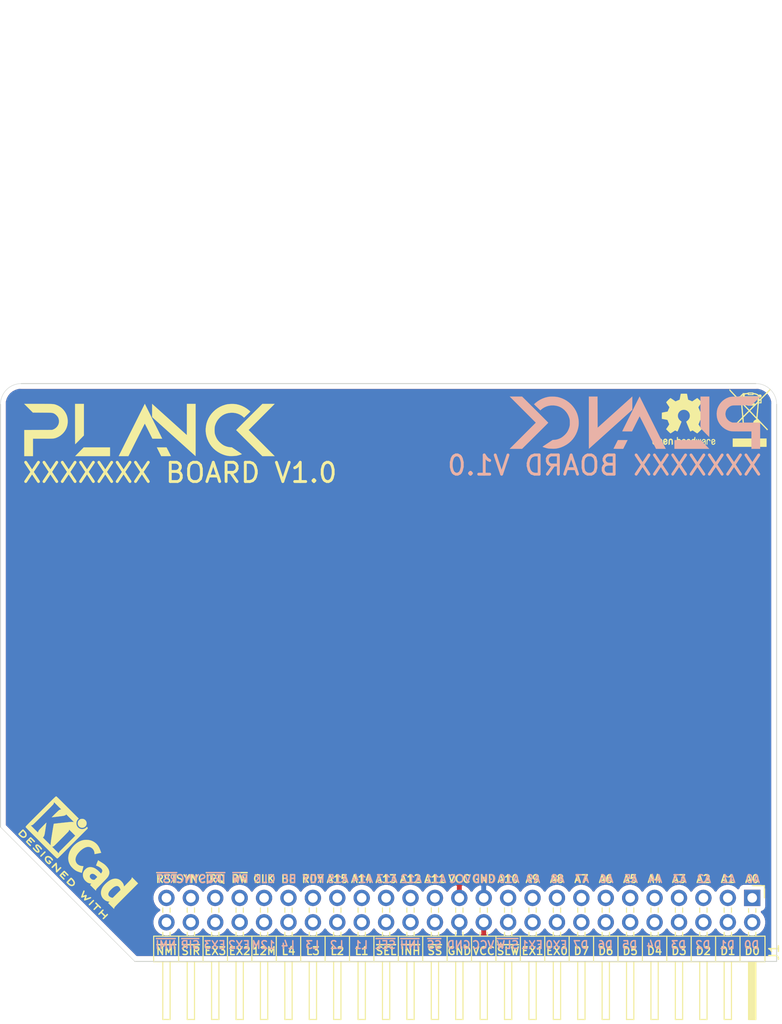
<source format=kicad_pcb>
(kicad_pcb (version 20171130) (host pcbnew "(5.1.6-0-10_14)")
  (layers (0 F.Cu signal) (31 B.Cu signal) (34 B.Paste user) (35 F.Paste user) (36 B.SilkS user) (37 F.SilkS user) (38 B.Mask user) (39 F.Mask user) (44 Edge.Cuts user))
  (net 0 "")
  (net 1 RDY)
  (net 2 A15)
  (net 3 A14)
  (net 4 A13)
  (net 5 A12)
  (net 6 A11)
  (net 7 GND)
  (net 8 +5V)
  (net 9 A10)
  (net 10 A9)
  (net 11 A8)
  (net 12 D7)
  (net 13 A7)
  (net 14 D6)
  (net 15 A6)
  (net 16 D5)
  (net 17 A5)
  (net 18 D4)
  (net 19 A4)
  (net 20 D3)
  (net 21 A3)
  (net 22 D2)
  (net 23 A2)
  (net 24 D1)
  (net 25 A1)
  (net 26 D0)
  (net 27 A0)
  (net 28 CLK)
  (net 29 BE)
  (net 30 SYNC)
  (net 31 EX3)
  (net 32 EX2)
  (net 33 EX1)
  (net 34 EX0)
  (net 35 ~NMI~)
  (net 36 ~RESET~)
  (net 37 ~SLOT_IRQ~)
  (net 38 ~IRQ~)
  (net 39 R~W~)
  (net 40 CLK_12M)
  (net 41 LED4)
  (net 42 LED3)
  (net 43 LED2)
  (net 44 LED1)
  (net 45 ~SLOT_SEL~)
  (net 46 ~INH~)
  (net 47 ~SSEL~)
  (net 48 ~SLOW~)
  (module logo:logo (layer B.Cu) (at 66.04 -56.007 180)
    (fp_text reference G*** hide)
    (fp_text value LOGO hide)
  )
  (module Symbol:OSHW-Logo2_7.3x6mm_SilkScreen (layer F.Cu) (at 71.12 -56.261)
    (fp_text reference REF** hide)
    (fp_text value OSHW-Logo2_7.3x6mm_SilkScreen hide)
  )
  (module Symbol:WEEE-Logo_4.2x6mm_SilkScreen (layer F.Cu) (at 77.978 -56.515)
    (fp_text reference REF** hide)
    (fp_text value WEEE-Logo_4.2x6mm_SilkScreen hide)
  )
  (module Symbol:KiCad-Logo2_5mm_SilkScreen (layer F.Cu) (at 8.382 -10.922 315)
    (fp_text reference REF** hide)
    (fp_text value KiCad-Logo2_5mm_SilkScreen hide)
  )
  (module logo:logo (layer F.Cu) (at 15.494 -55.245)
    (fp_text reference G*** hide)
    (fp_text value LOGO hide)
  )
  (module Connector_PinHeader_2.54mm:PinHeader_2x25_P2.54mm_Horizontal (layer F.Cu) (at 78.232 -6.604 270)
    (fp_text reference J1 (at 5.655 -2.27 90) (layer F.SilkS))
    (fp_text value Conn_01x40)
    (pad 50 thru_hole oval (at 2.54 60.96 270) (size 1.7 1.7) (drill 1) (layers *.Cu *.Mask) (net 35 ~NMI~))
    (pad 49 thru_hole oval (at 0 60.96 270) (size 1.7 1.7) (drill 1) (layers *.Cu *.Mask) (net 36 ~RESET~))
    (pad 48 thru_hole oval (at 2.54 58.42 270) (size 1.7 1.7) (drill 1) (layers *.Cu *.Mask) (net 37 ~SLOT_IRQ~))
    (pad 47 thru_hole oval (at 0 58.42 270) (size 1.7 1.7) (drill 1) (layers *.Cu *.Mask) (net 30 SYNC))
    (pad 46 thru_hole oval (at 2.54 55.88 270) (size 1.7 1.7) (drill 1) (layers *.Cu *.Mask) (net 31 EX3))
    (pad 45 thru_hole oval (at 0 55.88 270) (size 1.7 1.7) (drill 1) (layers *.Cu *.Mask) (net 38 ~IRQ~))
    (pad 44 thru_hole oval (at 2.54 53.34 270) (size 1.7 1.7) (drill 1) (layers *.Cu *.Mask) (net 32 EX2))
    (pad 43 thru_hole oval (at 0 53.34 270) (size 1.7 1.7) (drill 1) (layers *.Cu *.Mask) (net 39 R~W~))
    (pad 42 thru_hole oval (at 2.54 50.8 270) (size 1.7 1.7) (drill 1) (layers *.Cu *.Mask) (net 40 CLK_12M))
    (pad 41 thru_hole oval (at 0 50.8 270) (size 1.7 1.7) (drill 1) (layers *.Cu *.Mask) (net 28 CLK))
    (pad 40 thru_hole oval (at 2.54 48.26 270) (size 1.7 1.7) (drill 1) (layers *.Cu *.Mask) (net 41 LED4))
    (pad 39 thru_hole oval (at 0 48.26 270) (size 1.7 1.7) (drill 1) (layers *.Cu *.Mask) (net 29 BE))
    (pad 38 thru_hole oval (at 2.54 45.72 270) (size 1.7 1.7) (drill 1) (layers *.Cu *.Mask) (net 42 LED3))
    (pad 37 thru_hole oval (at 0 45.72 270) (size 1.7 1.7) (drill 1) (layers *.Cu *.Mask) (net 1 RDY))
    (pad 36 thru_hole oval (at 2.54 43.18 270) (size 1.7 1.7) (drill 1) (layers *.Cu *.Mask) (net 43 LED2))
    (pad 35 thru_hole oval (at 0 43.18 270) (size 1.7 1.7) (drill 1) (layers *.Cu *.Mask) (net 2 A15))
    (pad 34 thru_hole oval (at 2.54 40.64 270) (size 1.7 1.7) (drill 1) (layers *.Cu *.Mask) (net 44 LED1))
    (pad 33 thru_hole oval (at 0 40.64 270) (size 1.7 1.7) (drill 1) (layers *.Cu *.Mask) (net 3 A14))
    (pad 32 thru_hole oval (at 2.54 38.1 270) (size 1.7 1.7) (drill 1) (layers *.Cu *.Mask) (net 45 ~SLOT_SEL~))
    (pad 31 thru_hole oval (at 0 38.1 270) (size 1.7 1.7) (drill 1) (layers *.Cu *.Mask) (net 4 A13))
    (pad 30 thru_hole oval (at 2.54 35.56 270) (size 1.7 1.7) (drill 1) (layers *.Cu *.Mask) (net 46 ~INH~))
    (pad 29 thru_hole oval (at 0 35.56 270) (size 1.7 1.7) (drill 1) (layers *.Cu *.Mask) (net 5 A12))
    (pad 28 thru_hole oval (at 2.54 33.02 270) (size 1.7 1.7) (drill 1) (layers *.Cu *.Mask) (net 47 ~SSEL~))
    (pad 27 thru_hole oval (at 0 33.02 270) (size 1.7 1.7) (drill 1) (layers *.Cu *.Mask) (net 6 A11))
    (pad 26 thru_hole oval (at 2.54 30.48 270) (size 1.7 1.7) (drill 1) (layers *.Cu *.Mask) (net 7 GND))
    (pad 25 thru_hole oval (at 0 30.48 270) (size 1.7 1.7) (drill 1) (layers *.Cu *.Mask) (net 8 +5V))
    (pad 24 thru_hole oval (at 2.54 27.94 270) (size 1.7 1.7) (drill 1) (layers *.Cu *.Mask) (net 8 +5V))
    (pad 23 thru_hole oval (at 0 27.94 270) (size 1.7 1.7) (drill 1) (layers *.Cu *.Mask) (net 7 GND))
    (pad 22 thru_hole oval (at 2.54 25.4 270) (size 1.7 1.7) (drill 1) (layers *.Cu *.Mask) (net 48 ~SLOW~))
    (pad 21 thru_hole oval (at 0 25.4 270) (size 1.7 1.7) (drill 1) (layers *.Cu *.Mask) (net 9 A10))
    (pad 20 thru_hole oval (at 2.54 22.86 270) (size 1.7 1.7) (drill 1) (layers *.Cu *.Mask) (net 33 EX1))
    (pad 19 thru_hole oval (at 0 22.86 270) (size 1.7 1.7) (drill 1) (layers *.Cu *.Mask) (net 10 A9))
    (pad 18 thru_hole oval (at 2.54 20.32 270) (size 1.7 1.7) (drill 1) (layers *.Cu *.Mask) (net 34 EX0))
    (pad 17 thru_hole oval (at 0 20.32 270) (size 1.7 1.7) (drill 1) (layers *.Cu *.Mask) (net 11 A8))
    (pad 16 thru_hole oval (at 2.54 17.78 270) (size 1.7 1.7) (drill 1) (layers *.Cu *.Mask) (net 12 D7))
    (pad 15 thru_hole oval (at 0 17.78 270) (size 1.7 1.7) (drill 1) (layers *.Cu *.Mask) (net 13 A7))
    (pad 14 thru_hole oval (at 2.54 15.24 270) (size 1.7 1.7) (drill 1) (layers *.Cu *.Mask) (net 14 D6))
    (pad 13 thru_hole oval (at 0 15.24 270) (size 1.7 1.7) (drill 1) (layers *.Cu *.Mask) (net 15 A6))
    (pad 12 thru_hole oval (at 2.54 12.7 270) (size 1.7 1.7) (drill 1) (layers *.Cu *.Mask) (net 16 D5))
    (pad 11 thru_hole oval (at 0 12.7 270) (size 1.7 1.7) (drill 1) (layers *.Cu *.Mask) (net 17 A5))
    (pad 10 thru_hole oval (at 2.54 10.16 270) (size 1.7 1.7) (drill 1) (layers *.Cu *.Mask) (net 18 D4))
    (pad 9 thru_hole oval (at 0 10.16 270) (size 1.7 1.7) (drill 1) (layers *.Cu *.Mask) (net 19 A4))
    (pad 8 thru_hole oval (at 2.54 7.62 270) (size 1.7 1.7) (drill 1) (layers *.Cu *.Mask) (net 20 D3))
    (pad 7 thru_hole oval (at 0 7.62 270) (size 1.7 1.7) (drill 1) (layers *.Cu *.Mask) (net 21 A3))
    (pad 6 thru_hole oval (at 2.54 5.08 270) (size 1.7 1.7) (drill 1) (layers *.Cu *.Mask) (net 22 D2))
    (pad 5 thru_hole oval (at 0 5.08 270) (size 1.7 1.7) (drill 1) (layers *.Cu *.Mask) (net 23 A2))
    (pad 4 thru_hole oval (at 2.54 2.54 270) (size 1.7 1.7) (drill 1) (layers *.Cu *.Mask) (net 24 D1))
    (pad 3 thru_hole oval (at 0 2.54 270) (size 1.7 1.7) (drill 1) (layers *.Cu *.Mask) (net 25 A1))
    (pad 2 thru_hole oval (at 2.54 0 270) (size 1.7 1.7) (drill 1) (layers *.Cu *.Mask) (net 26 D0))
    (pad 1 thru_hole rect (at 0 0 270) (size 1.7 1.7) (drill 1) (layers *.Cu *.Mask) (net 27 A0))
  )
  (gr_text D6 (at 62.992 -1.0795) (layer F.SilkS) (effects (font (size 0.8 0.8))))
  (gr_text SYNC (at 19.8755 -8.5725) (layer B.SilkS) (effects (font (size 0.8 0.8)) (justify mirror)))
  (gr_text D5 (at 65.532 -1.0795) (layer F.SilkS) (effects (font (size 0.8 0.8))))
  (gr_text A6 (at 63.0555 -8.5725) (layer B.SilkS) (effects (font (size 0.8 0.8)) (justify mirror)))
  (gr_text D4 (at 68.072 -1.0795) (layer F.SilkS) (effects (font (size 0.8 0.8))))
  (gr_text BE (at 30.0355 -8.5725) (layer B.SilkS) (effects (font (size 0.8 0.8)) (justify mirror)))
  (gr_text D3 (at 70.612 -1.0795) (layer F.SilkS) (effects (font (size 0.8 0.8))))
  (gr_text ~NMI~ (at 17.2085 -1.7145) (layer B.SilkS) (effects (font (size 0.8 0.8)) (justify mirror)))
  (gr_text D2 (at 73.152 -1.0795) (layer F.SilkS) (effects (font (size 0.8 0.8))))
  (gr_text ~SIR~ (at 19.7485 -1.7145) (layer B.SilkS) (effects (font (size 0.8 0.8)) (justify mirror)))
  (gr_text D1 (at 75.692 -1.0795) (layer F.SilkS) (effects (font (size 0.8 0.8))))
  (gr_text EX2 (at 24.8285 -1.7145) (layer B.SilkS) (effects (font (size 0.8 0.8)) (justify mirror)))
  (gr_text D0 (at 78.232 -1.0795) (layer F.SilkS) (effects (font (size 0.8 0.8))))
  (gr_text ~INH~ (at 42.6085 -1.7145) (layer B.SilkS) (effects (font (size 0.8 0.8)) (justify mirror)))
  (gr_text ~RST~ (at 17.272 -8.5725) (layer F.SilkS) (effects (font (size 0.8 0.8))))
  (gr_text ~SEL~ (at 40.0685 -1.7145) (layer B.SilkS) (effects (font (size 0.8 0.8)) (justify mirror)))
  (gr_text SYNC (at 19.812 -8.5725) (layer F.SilkS) (effects (font (size 0.8 0.8))))
  (gr_text 12M (at 27.3685 -1.7145) (layer B.SilkS) (effects (font (size 0.8 0.8)) (justify mirror)))
  (gr_text L1 (at 37.5285 -1.7145) (layer B.SilkS) (effects (font (size 0.8 0.8)) (justify mirror)))
  (gr_text L3 (at 32.4485 -1.7145) (layer B.SilkS) (effects (font (size 0.8 0.8)) (justify mirror)))
  (gr_text ~IRQ~ (at 22.352 -8.5725) (layer F.SilkS) (effects (font (size 0.8 0.8))))
  (gr_text EX3 (at 22.2885 -1.7145) (layer B.SilkS) (effects (font (size 0.8 0.8)) (justify mirror)))
  (gr_text R~W~ (at 24.892 -8.5725) (layer F.SilkS) (effects (font (size 0.8 0.8))))
  (gr_text L4 (at 29.9085 -1.7145) (layer B.SilkS) (effects (font (size 0.8 0.8)) (justify mirror)))
  (gr_text L2 (at 34.9885 -1.7145) (layer B.SilkS) (effects (font (size 0.8 0.8)) (justify mirror)))
  (gr_text D4 (at 68.0085 -1.7145) (layer B.SilkS) (effects (font (size 0.8 0.8)) (justify mirror)))
  (gr_text ~SLW~ (at 52.7685 -1.7145) (layer B.SilkS) (effects (font (size 0.8 0.8)) (justify mirror)))
  (gr_text CLK (at 27.432 -8.5725) (layer F.SilkS) (effects (font (size 0.8 0.8))))
  (gr_text D5 (at 65.4685 -1.7145) (layer B.SilkS) (effects (font (size 0.8 0.8)) (justify mirror)))
  (gr_text BE (at 29.972 -8.5725) (layer F.SilkS) (effects (font (size 0.8 0.8))))
  (gr_text EX1 (at 55.3085 -1.7145) (layer B.SilkS) (effects (font (size 0.8 0.8)) (justify mirror)))
  (gr_text RDY (at 32.512 -8.5725) (layer F.SilkS) (effects (font (size 0.8 0.8))))
  (gr_text D6 (at 62.9285 -1.7145) (layer B.SilkS) (effects (font (size 0.8 0.8)) (justify mirror)))
  (gr_text A15 (at 35.052 -8.5725) (layer F.SilkS) (effects (font (size 0.8 0.8))))
  (gr_text EX0 (at 57.8485 -1.7145) (layer B.SilkS) (effects (font (size 0.8 0.8)) (justify mirror)))
  (gr_text D7 (at 60.3885 -1.7145) (layer B.SilkS) (effects (font (size 0.8 0.8)) (justify mirror)))
  (gr_text VCC (at 50.2285 -1.7145) (layer B.SilkS) (effects (font (size 0.8 0.8)) (justify mirror)))
  (gr_text D3 (at 70.5485 -1.7145) (layer B.SilkS) (effects (font (size 0.8 0.8)) (justify mirror)))
  (gr_text GND (at 47.6885 -1.7145) (layer B.SilkS) (effects (font (size 0.8 0.8)) (justify mirror)))
  (gr_text D2 (at 73.0885 -1.7145) (layer B.SilkS) (effects (font (size 0.8 0.8)) (justify mirror)))
  (gr_text RDY (at 32.5755 -8.5725) (layer B.SilkS) (effects (font (size 0.8 0.8)) (justify mirror)))
  (gr_text A15 (at 35.1155 -8.5725) (layer B.SilkS) (effects (font (size 0.8 0.8)) (justify mirror)))
  (gr_text ~IRQ~ (at 22.4155 -8.5725) (layer B.SilkS) (effects (font (size 0.8 0.8)) (justify mirror)))
  (gr_text A12 (at 42.7355 -8.5725) (layer B.SilkS) (effects (font (size 0.8 0.8)) (justify mirror)))
  (gr_text A11 (at 45.2755 -8.5725) (layer B.SilkS) (effects (font (size 0.8 0.8)) (justify mirror)))
  (gr_text VCC (at 47.8155 -8.5725) (layer B.SilkS) (effects (font (size 0.8 0.8)) (justify mirror)))
  (gr_text A3 (at 70.6755 -8.5725) (layer B.SilkS) (effects (font (size 0.8 0.8)) (justify mirror)))
  (gr_text GND (at 50.3555 -8.5725) (layer B.SilkS) (effects (font (size 0.8 0.8)) (justify mirror)))
  (gr_text ~SS~ (at 45.1485 -1.7145) (layer B.SilkS) (effects (font (size 0.8 0.8)) (justify mirror)))
  (gr_text A14 (at 37.592 -8.5725) (layer F.SilkS) (effects (font (size 0.8 0.8))))
  (gr_text D1 (at 75.6285 -1.7145) (layer B.SilkS) (effects (font (size 0.8 0.8)) (justify mirror)))
  (gr_text A13 (at 40.132 -8.5725) (layer F.SilkS) (effects (font (size 0.8 0.8))))
  (gr_text D0 (at 78.1685 -1.7145) (layer B.SilkS) (effects (font (size 0.8 0.8)) (justify mirror)))
  (gr_text A12 (at 42.672 -8.5725) (layer F.SilkS) (effects (font (size 0.8 0.8))))
  (gr_text A0 (at 78.232 -8.5725) (layer F.SilkS) (effects (font (size 0.8 0.8))))
  (gr_text A11 (at 45.212 -8.5725) (layer F.SilkS) (effects (font (size 0.8 0.8))))
  (gr_text A1 (at 75.692 -8.5725) (layer F.SilkS) (effects (font (size 0.8 0.8))))
  (gr_text VCC (at 47.752 -8.5725) (layer F.SilkS) (effects (font (size 0.8 0.8))))
  (gr_text A2 (at 73.152 -8.5725) (layer F.SilkS) (effects (font (size 0.8 0.8))))
  (gr_text GND (at 50.292 -8.5725) (layer F.SilkS) (effects (font (size 0.8 0.8))))
  (gr_text A3 (at 70.612 -8.5725) (layer F.SilkS) (effects (font (size 0.8 0.8))))
  (gr_text A10 (at 52.832 -8.5725) (layer F.SilkS) (effects (font (size 0.8 0.8))))
  (gr_text A4 (at 68.072 -8.5725) (layer F.SilkS) (effects (font (size 0.8 0.8))))
  (gr_text A9 (at 55.372 -8.5725) (layer F.SilkS) (effects (font (size 0.8 0.8))))
  (gr_text A5 (at 65.532 -8.5725) (layer F.SilkS) (effects (font (size 0.8 0.8))))
  (gr_text A8 (at 57.912 -8.5725) (layer F.SilkS) (effects (font (size 0.8 0.8))))
  (gr_text A6 (at 62.992 -8.5725) (layer F.SilkS) (effects (font (size 0.8 0.8))))
  (gr_text A7 (at 60.452 -8.5725) (layer F.SilkS) (effects (font (size 0.8 0.8))))
  (gr_text ~NMI~ (at 17.272 -1.0795) (layer F.SilkS) (effects (font (size 0.8 0.8))))
  (gr_text A9 (at 55.4355 -8.5725) (layer B.SilkS) (effects (font (size 0.8 0.8)) (justify mirror)))
  (gr_text A13 (at 40.1955 -8.5725) (layer B.SilkS) (effects (font (size 0.8 0.8)) (justify mirror)))
  (gr_text A14 (at 37.6555 -8.5725) (layer B.SilkS) (effects (font (size 0.8 0.8)) (justify mirror)))
  (gr_text A1 (at 75.7555 -8.5725) (layer B.SilkS) (effects (font (size 0.8 0.8)) (justify mirror)))
  (gr_text A0 (at 78.2955 -8.5725) (layer B.SilkS) (effects (font (size 0.8 0.8)) (justify mirror)))
  (gr_text A2 (at 73.2155 -8.5725) (layer B.SilkS) (effects (font (size 0.8 0.8)) (justify mirror)))
  (gr_text A4 (at 68.1355 -8.5725) (layer B.SilkS) (effects (font (size 0.8 0.8)) (justify mirror)))
  (gr_text A5 (at 65.5955 -8.5725) (layer B.SilkS) (effects (font (size 0.8 0.8)) (justify mirror)))
  (gr_text A10 (at 52.8955 -8.5725) (layer B.SilkS) (effects (font (size 0.8 0.8)) (justify mirror)))
  (gr_text A7 (at 60.5155 -8.5725) (layer B.SilkS) (effects (font (size 0.8 0.8)) (justify mirror)))
  (gr_text CLK (at 27.4955 -8.5725) (layer B.SilkS) (effects (font (size 0.8 0.8)) (justify mirror)))
  (gr_text R~W~ (at 24.9555 -8.5725) (layer B.SilkS) (effects (font (size 0.8 0.8)) (justify mirror)))
  (gr_text ~RST~ (at 17.3355 -8.5725) (layer B.SilkS) (effects (font (size 0.8 0.8)) (justify mirror)))
  (gr_text A8 (at 57.9755 -8.5725) (layer B.SilkS) (effects (font (size 0.8 0.8)) (justify mirror)))
  (gr_text VCC (at 50.292 -1.0795) (layer F.SilkS) (effects (font (size 0.8 0.8))))
  (gr_text ~SLW~ (at 52.832 -1.0795) (layer F.SilkS) (effects (font (size 0.8 0.8))))
  (gr_text GND (at 47.752 -1.0795) (layer F.SilkS) (effects (font (size 0.8 0.8))))
  (gr_text EX1 (at 55.372 -1.0795) (layer F.SilkS) (effects (font (size 0.8 0.8))))
  (gr_text ~SS~ (at 45.212 -1.0795) (layer F.SilkS) (effects (font (size 0.8 0.8))))
  (gr_text EX0 (at 57.912 -1.0795) (layer F.SilkS) (effects (font (size 0.8 0.8))))
  (gr_text ~INH~ (at 42.672 -1.0795) (layer F.SilkS) (effects (font (size 0.8 0.8))))
  (gr_text D7 (at 60.452 -1.0795) (layer F.SilkS) (effects (font (size 0.8 0.8))))
  (gr_text 12M (at 27.432 -1.0795) (layer F.SilkS) (effects (font (size 0.8 0.8))))
  (gr_text EX2 (at 24.892 -1.0795) (layer F.SilkS) (effects (font (size 0.8 0.8))))
  (gr_text L3 (at 32.512 -1.0795) (layer F.SilkS) (effects (font (size 0.8 0.8))))
  (gr_text L4 (at 29.972 -1.0795) (layer F.SilkS) (effects (font (size 0.8 0.8))))
  (gr_text L1 (at 37.592 -1.0795) (layer F.SilkS) (effects (font (size 0.8 0.8))))
  (gr_text L2 (at 35.052 -1.0795) (layer F.SilkS) (effects (font (size 0.8 0.8))))
  (gr_text ~SEL~ (at 40.132 -1.0795) (layer F.SilkS) (effects (font (size 0.8 0.8))))
  (gr_text ~SIR~ (at 19.812 -1.0795) (layer F.SilkS) (effects (font (size 0.8 0.8))))
  (gr_text EX3 (at 22.352 -1.0795) (layer F.SilkS) (effects (font (size 0.8 0.8))))
  (gr_arc (start 2.159 -57.912) (end 2.159 -60.071) (angle -90) (layer Edge.Cuts) (width 0.05))
  (gr_arc (start 78.613 -57.912) (end 80.772 -57.912) (angle -90) (layer Edge.Cuts) (width 0.05))
  (gr_text "XXXXXXX BOARD V1.0" (at 62.865 -51.562) (layer B.SilkS) (effects (font (size 2 2) (thickness 0.3)) (justify mirror)))
  (gr_line (start 13.97 0) (end 0 -13.97) (layer Edge.Cuts) (width 0.05))
  (gr_text "XXXXXXX BOARD V1.0" (at 18.669 -50.8) (layer F.SilkS) (effects (font (size 2 2) (thickness 0.3))))
  (gr_line (start 2.159 -60.071) (end 78.613 -60.071) (layer Edge.Cuts) (width 0.1))
  (gr_line (start 0 -13.97) (end 0 -57.912) (layer Edge.Cuts) (width 0.1))
  (gr_line (start 80.772 0) (end 13.97 0) (layer Edge.Cuts) (width 0.1))
  (gr_line (start 80.772 -57.912) (end 80.772 0) (layer Edge.Cuts) (width 0.1))
  (zone (net 8) (net_name +5V) (layer F.Cu) (connect_pads (clearance 0.508)) (min_thickness 0.254) (fill yes (arc_segments 32) (thermal_gap 0.508) (thermal_bridge_width 0.508))
    (polygon (pts (xy 80.772 -99.949) (xy 80.772 0) (xy 0 0) (xy 0 -99.949)))
  )
  (zone (net 7) (net_name GND) (layer B.Cu) (connect_pads (clearance 0.508)) (min_thickness 0.254) (fill yes (arc_segments 32) (thermal_gap 0.508) (thermal_bridge_width 0.508))
    (polygon (pts (xy 80.772 -99.949) (xy 80.772 0) (xy 0 0) (xy 0 -99.949)))
  )
)
</source>
